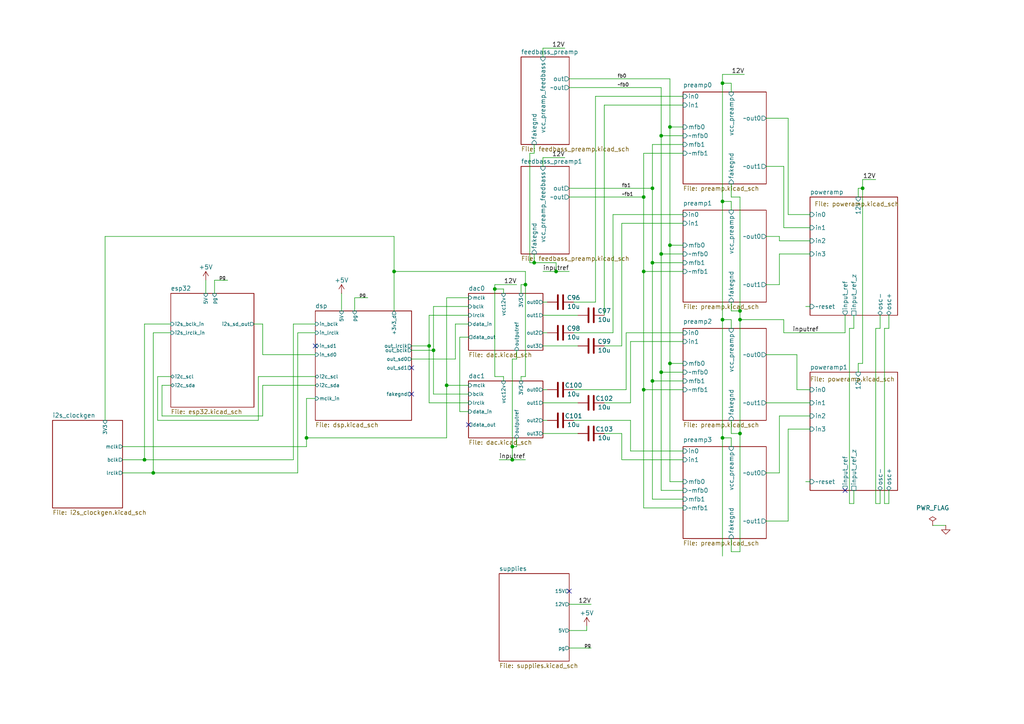
<source format=kicad_sch>
(kicad_sch (version 20231120) (generator "eeschema") (generator_version "8.0")
  (paper "A4")
  (lib_symbols
    (symbol "Device:C" (pin_numbers hide) (pin_names (offset 0.254))
      (property "Reference" "C" (at 0.635 2.54 0))
      (property "Value" "C" (at 0.635 -2.54 0))
      (symbol "C_0_1"
        (polyline (pts (xy -2.032 -0.762) (xy 2.032 -0.762)) (stroke (width 0.508)))
        (polyline (pts (xy -2.032 0.762) (xy 2.032 0.762)) (stroke (width 0.508)))
      )
      (symbol "C_1_1"
        (pin passive line (at 0 3.81 270) (length 2.794) (name "~") (number "1"))
        (pin passive line (at 0 -3.81 90) (length 2.794) (name "~") (number "2"))
      )
    )
    (symbol "power:+5V" (power) (pin_numbers hide) (pin_names (offset 0) hide)
      (property "Value" "+5V" (at 0 3.556 0))
      (symbol "+5V_0_1"
        (polyline (pts (xy -0.762 1.27) (xy 0 2.54)))
        (polyline (pts (xy 0 0) (xy 0 2.54)))
        (polyline (pts (xy 0 2.54) (xy 0.762 1.27)))
      )
      (symbol "+5V_1_1"
        (pin power_in line (at 0 0 90) (length 0) (name "~") (number "1"))
      )
    )
    (symbol "power:GND" (power) (pin_numbers hide) (pin_names (offset 0) hide)
      (property "Value" "GND" (at 0 -3.81 0))
      (symbol "GND_0_1"
        (polyline (pts (xy 0 0) (xy 0 -1.27) (xy 1.27 -1.27) (xy 0 -2.54) (xy -1.27 -1.27) (xy 0 -1.27)))
      )
      (symbol "GND_1_1"
        (pin power_in line (at 0 0 270) (length 0) (name "~") (number "1"))
      )
    )
    (symbol "power:PWR_FLAG" (power) (pin_numbers hide) (pin_names (offset 0) hide)
      (property "Value" "PWR_FLAG" (at 0 3.81 0))
      (symbol "PWR_FLAG_0_0"
        (pin power_out line (at 0 0 90) (length 0) (name "~") (number "1"))
      )
      (symbol "PWR_FLAG_0_1"
        (polyline (pts (xy 0 0) (xy 0 1.27) (xy -1.016 1.905) (xy 0 2.54) (xy 1.016 1.905) (xy 0 1.27)))
      )
    )
  )
  (junction (at 194.31 71.12))
  (junction (at 154.94 76.2))
  (junction (at 124.46 100.33))
  (junction (at 214.63 92.71))
  (junction (at 148.59 129.54))
  (junction (at 191.77 73.66))
  (junction (at 250.19 54.61))
  (junction (at 152.4 82.55))
  (junction (at 186.69 113.03))
  (junction (at 129.54 111.76))
  (junction (at 125.73 101.6))
  (junction (at 209.55 92.71))
  (junction (at 189.23 110.49))
  (junction (at 209.55 58.42))
  (junction (at 209.55 127))
  (junction (at 88.9 127))
  (junction (at 44.45 137.16))
  (junction (at 189.23 76.2))
  (junction (at 194.31 105.41))
  (junction (at 148.59 133.35))
  (junction (at 214.63 125.73))
  (junction (at 114.3 78.74))
  (junction (at 186.69 78.74))
  (junction (at 161.29 78.74))
  (junction (at 214.63 90.17))
  (junction (at 41.91 133.35))
  (junction (at 189.23 54.61))
  (junction (at 191.77 39.37))
  (junction (at 191.77 107.95))
  (junction (at 209.55 24.13))
  (junction (at 194.31 36.83))
  (junction (at 186.69 57.15))
  (junction (at 143.51 83.82))
  (no_connect (at 91.44 100.33))
  (no_connect (at 245.11 142.24))
  (no_connect (at 135.89 123.19))
  (no_connect (at 119.38 106.68))
  (no_connect (at 165.1 171.45))
  (no_connect (at 119.38 114.3))
  (wire (pts (xy 143.51 82.55) (xy 143.51 83.82)))
  (wire (pts (xy 157.48 125.73) (xy 167.64 125.73)))
  (wire (pts (xy 227.33 48.26) (xy 227.33 66.04)))
  (wire (pts (xy 191.77 107.95) (xy 191.77 73.66)))
  (wire (pts (xy 180.34 64.77) (xy 198.12 64.77)))
  (wire (pts (xy 166.37 121.92) (xy 182.88 121.92)))
  (wire (pts (xy 198.12 147.32) (xy 186.69 147.32)))
  (wire (pts (xy 212.09 87.63) (xy 212.09 90.17)))
  (wire (pts (xy 227.33 66.04) (xy 234.95 66.04)))
  (wire (pts (xy 165.1 22.86) (xy 194.31 22.86)))
  (wire (pts (xy 143.51 109.22) (xy 143.51 83.82)))
  (wire (pts (xy 194.31 36.83) (xy 198.12 36.83)))
  (wire (pts (xy 135.89 97.79) (xy 133.35 97.79)))
  (wire (pts (xy 154.94 76.2) (xy 161.29 76.2)))
  (wire (pts (xy 49.53 96.52) (xy 44.45 96.52)))
  (wire (pts (xy 189.23 76.2) (xy 189.23 54.61)))
  (wire (pts (xy 114.3 78.74) (xy 152.4 78.74)))
  (wire (pts (xy 161.29 78.74) (xy 165.1 78.74)))
  (wire (pts (xy 255.27 91.44) (xy 255.27 95.25)))
  (wire (pts (xy 222.25 68.58) (xy 226.06 68.58)))
  (wire (pts (xy 149.86 129.54) (xy 148.59 129.54)))
  (wire (pts (xy 191.77 39.37) (xy 198.12 39.37)))
  (wire (pts (xy 222.25 82.55) (xy 226.06 82.55)))
  (wire (pts (xy 148.59 104.14) (xy 148.59 129.54)))
  (wire (pts (xy 135.89 114.3) (xy 125.73 114.3)))
  (wire (pts (xy 227.33 96.52) (xy 245.11 96.52)))
  (wire (pts (xy 247.65 95.25) (xy 246.38 95.25)))
  (wire (pts (xy 133.35 97.79) (xy 133.35 119.38)))
  (wire (pts (xy 247.65 91.44) (xy 247.65 95.25)))
  (wire (pts (xy 212.09 90.17) (xy 214.63 90.17)))
  (wire (pts (xy 45.72 121.92) (xy 74.93 121.92)))
  (wire (pts (xy 148.59 133.35) (xy 152.4 133.35)))
  (wire (pts (xy 254 52.07) (xy 250.19 52.07)))
  (wire (pts (xy 143.51 82.55) (xy 149.86 82.55)))
  (wire (pts (xy 154.94 44.45) (xy 153.67 44.45)))
  (wire (pts (xy 227.33 92.71) (xy 214.63 92.71)))
  (wire (pts (xy 148.59 129.54) (xy 148.59 133.35)))
  (wire (pts (xy 209.55 21.59) (xy 209.55 24.13)))
  (wire (pts (xy 157.48 87.63) (xy 158.75 87.63)))
  (wire (pts (xy 149.86 127) (xy 149.86 129.54)))
  (wire (pts (xy 198.12 105.41) (xy 194.31 105.41)))
  (wire (pts (xy 129.54 111.76) (xy 135.89 111.76)))
  (wire (pts (xy 194.31 105.41) (xy 194.31 71.12)))
  (wire (pts (xy 226.06 82.55) (xy 226.06 73.66)))
  (wire (pts (xy 148.59 104.14) (xy 149.86 104.14)))
  (wire (pts (xy 250.19 52.07) (xy 250.19 54.61)))
  (wire (pts (xy 257.81 146.05) (xy 256.54 146.05)))
  (wire (pts (xy 198.12 73.66) (xy 191.77 73.66)))
  (wire (pts (xy 166.37 87.63) (xy 172.72 87.63)))
  (wire (pts (xy 228.6 151.13) (xy 228.6 124.46)))
  (wire (pts (xy 177.8 62.23) (xy 198.12 62.23)))
  (wire (pts (xy 194.31 139.7) (xy 194.31 105.41)))
  (wire (pts (xy 198.12 107.95) (xy 191.77 107.95)))
  (wire (pts (xy 102.87 86.36) (xy 106.68 86.36)))
  (wire (pts (xy 212.09 156.21) (xy 212.09 160.02)))
  (wire (pts (xy 248.92 105.41) (xy 248.92 107.95)))
  (wire (pts (xy 186.69 78.74) (xy 186.69 57.15)))
  (wire (pts (xy 119.38 100.33) (xy 124.46 100.33)))
  (wire (pts (xy 222.25 151.13) (xy 228.6 151.13)))
  (wire (pts (xy 181.61 113.03) (xy 181.61 96.52)))
  (wire (pts (xy 153.67 76.2) (xy 154.94 76.2)))
  (wire (pts (xy 170.18 182.88) (xy 170.18 181.61)))
  (wire (pts (xy 209.55 58.42) (xy 209.55 92.71)))
  (wire (pts (xy 214.63 125.73) (xy 214.63 160.02)))
  (wire (pts (xy 226.06 137.16) (xy 226.06 120.65)))
  (wire (pts (xy 198.12 113.03) (xy 186.69 113.03)))
  (wire (pts (xy 198.12 110.49) (xy 189.23 110.49)))
  (wire (pts (xy 165.1 57.15) (xy 186.69 57.15)))
  (wire (pts (xy 234.95 139.7) (xy 233.68 139.7)))
  (wire (pts (xy 114.3 78.74) (xy 114.3 90.17)))
  (wire (pts (xy 256.54 146.05) (xy 256.54 95.25)))
  (wire (pts (xy 151.13 85.09) (xy 151.13 82.55)))
  (wire (pts (xy 73.66 93.98) (xy 76.2 93.98)))
  (wire (pts (xy 45.72 109.22) (xy 45.72 121.92)))
  (wire (pts (xy 102.87 90.17) (xy 102.87 86.36)))
  (wire (pts (xy 209.55 127) (xy 209.55 161.29)))
  (wire (pts (xy 214.63 90.17) (xy 214.63 92.71)))
  (wire (pts (xy 231.14 113.03) (xy 234.95 113.03)))
  (wire (pts (xy 198.12 139.7) (xy 194.31 139.7)))
  (wire (pts (xy 250.19 54.61) (xy 250.19 105.41)))
  (wire (pts (xy 91.44 115.57) (xy 88.9 115.57)))
  (wire (pts (xy 165.1 187.96) (xy 171.45 187.96)))
  (wire (pts (xy 246.38 146.05) (xy 247.65 146.05)))
  (wire (pts (xy 62.23 81.28) (xy 66.04 81.28)))
  (wire (pts (xy 151.13 110.49) (xy 151.13 109.22)))
  (wire (pts (xy 198.12 41.91) (xy 189.23 41.91)))
  (wire (pts (xy 212.09 60.96) (xy 212.09 58.42)))
  (wire (pts (xy 88.9 129.54) (xy 88.9 127)))
  (wire (pts (xy 151.13 82.55) (xy 152.4 82.55)))
  (wire (pts (xy 222.25 116.84) (xy 234.95 116.84)))
  (wire (pts (xy 41.91 93.98) (xy 41.91 133.35)))
  (wire (pts (xy 172.72 27.94) (xy 198.12 27.94)))
  (wire (pts (xy 99.06 85.09) (xy 99.06 90.17)))
  (wire (pts (xy 226.06 120.65) (xy 234.95 120.65)))
  (wire (pts (xy 214.63 57.15) (xy 214.63 90.17)))
  (wire (pts (xy 146.05 109.22) (xy 143.51 109.22)))
  (wire (pts (xy 255.27 142.24) (xy 255.27 146.05)))
  (wire (pts (xy 132.08 93.98) (xy 135.89 93.98)))
  (wire (pts (xy 186.69 57.15) (xy 186.69 44.45)))
  (wire (pts (xy 191.77 73.66) (xy 191.77 39.37)))
  (wire (pts (xy 222.25 34.29) (xy 228.6 34.29)))
  (wire (pts (xy 165.1 25.4) (xy 191.77 25.4)))
  (wire (pts (xy 114.3 68.58) (xy 114.3 78.74)))
  (wire (pts (xy 157.48 100.33) (xy 167.64 100.33)))
  (wire (pts (xy 59.69 81.28) (xy 59.69 85.09)))
  (wire (pts (xy 157.48 45.72) (xy 157.48 48.26)))
  (wire (pts (xy 132.08 104.14) (xy 132.08 93.98)))
  (wire (pts (xy 49.53 93.98) (xy 41.91 93.98)))
  (wire (pts (xy 157.48 113.03) (xy 158.75 113.03)))
  (wire (pts (xy 49.53 109.22) (xy 45.72 109.22)))
  (wire (pts (xy 62.23 85.09) (xy 62.23 81.28)))
  (wire (pts (xy 214.63 92.71) (xy 214.63 125.73)))
  (wire (pts (xy 165.1 182.88) (xy 170.18 182.88)))
  (wire (pts (xy 146.05 83.82) (xy 146.05 85.09)))
  (wire (pts (xy 151.13 109.22) (xy 152.4 109.22)))
  (wire (pts (xy 165.1 175.26) (xy 171.45 175.26)))
  (wire (pts (xy 49.53 111.76) (xy 46.99 111.76)))
  (wire (pts (xy 189.23 110.49) (xy 189.23 76.2)))
  (wire (pts (xy 125.73 114.3) (xy 125.73 101.6)))
  (wire (pts (xy 35.56 137.16) (xy 44.45 137.16)))
  (wire (pts (xy 212.09 92.71) (xy 209.55 92.71)))
  (wire (pts (xy 189.23 144.78) (xy 189.23 110.49)))
  (wire (pts (xy 222.25 102.87) (xy 231.14 102.87)))
  (wire (pts (xy 135.89 86.36) (xy 129.54 86.36)))
  (wire (pts (xy 198.12 142.24) (xy 191.77 142.24)))
  (wire (pts (xy 88.9 115.57) (xy 88.9 127)))
  (wire (pts (xy 257.81 91.44) (xy 257.81 95.25)))
  (wire (pts (xy 198.12 71.12) (xy 194.31 71.12)))
  (wire (pts (xy 76.2 102.87) (xy 91.44 102.87)))
  (wire (pts (xy 135.89 116.84) (xy 124.46 116.84)))
  (wire (pts (xy 256.54 95.25) (xy 257.81 95.25)))
  (wire (pts (xy 119.38 101.6) (xy 125.73 101.6)))
  (wire (pts (xy 191.77 25.4) (xy 191.77 39.37)))
  (wire (pts (xy 212.09 53.34) (xy 212.09 57.15)))
  (wire (pts (xy 35.56 129.54) (xy 88.9 129.54)))
  (wire (pts (xy 35.56 133.35) (xy 41.91 133.35)))
  (wire (pts (xy 76.2 93.98) (xy 76.2 102.87)))
  (wire (pts (xy 228.6 124.46) (xy 234.95 124.46)))
  (wire (pts (xy 74.93 121.92) (xy 74.93 109.22)))
  (wire (pts (xy 212.09 26.67) (xy 212.09 24.13)))
  (wire (pts (xy 255.27 146.05) (xy 254 146.05)))
  (wire (pts (xy 152.4 109.22) (xy 152.4 82.55)))
  (wire (pts (xy 212.09 121.92) (xy 212.09 125.73)))
  (wire (pts (xy 245.11 91.44) (xy 245.11 96.52)))
  (wire (pts (xy 186.69 113.03) (xy 186.69 78.74)))
  (wire (pts (xy 228.6 62.23) (xy 234.95 62.23)))
  (wire (pts (xy 226.06 69.85) (xy 234.95 69.85)))
  (wire (pts (xy 146.05 110.49) (xy 146.05 109.22)))
  (wire (pts (xy 76.2 111.76) (xy 91.44 111.76)))
  (wire (pts (xy 129.54 127) (xy 129.54 111.76)))
  (wire (pts (xy 233.68 88.9) (xy 234.95 88.9)))
  (wire (pts (xy 189.23 54.61) (xy 165.1 54.61)))
  (wire (pts (xy 212.09 125.73) (xy 214.63 125.73)))
  (wire (pts (xy 222.25 137.16) (xy 226.06 137.16)))
  (wire (pts (xy 254 146.05) (xy 254 95.25)))
  (wire (pts (xy 129.54 86.36) (xy 129.54 111.76)))
  (wire (pts (xy 44.45 96.52) (xy 44.45 137.16)))
  (wire (pts (xy 166.37 113.03) (xy 181.61 113.03)))
  (wire (pts (xy 86.36 96.52) (xy 91.44 96.52)))
  (wire (pts (xy 177.8 96.52) (xy 177.8 62.23)))
  (wire (pts (xy 194.31 22.86) (xy 194.31 36.83)))
  (wire (pts (xy 257.81 142.24) (xy 257.81 146.05)))
  (wire (pts (xy 222.25 48.26) (xy 227.33 48.26)))
  (wire (pts (xy 189.23 41.91) (xy 189.23 54.61)))
  (wire (pts (xy 254 95.25) (xy 255.27 95.25)))
  (wire (pts (xy 198.12 78.74) (xy 186.69 78.74)))
  (wire (pts (xy 44.45 137.16) (xy 86.36 137.16)))
  (wire (pts (xy 154.94 41.91) (xy 154.94 44.45)))
  (wire (pts (xy 212.09 24.13) (xy 209.55 24.13)))
  (wire (pts (xy 228.6 34.29) (xy 228.6 62.23)))
  (wire (pts (xy 250.19 105.41) (xy 248.92 105.41)))
  (wire (pts (xy 157.48 96.52) (xy 158.75 96.52)))
  (wire (pts (xy 88.9 127) (xy 129.54 127)))
  (wire (pts (xy 125.73 88.9) (xy 135.89 88.9)))
  (wire (pts (xy 157.48 91.44) (xy 167.64 91.44)))
  (wire (pts (xy 86.36 137.16) (xy 86.36 96.52)))
  (wire (pts (xy 226.06 68.58) (xy 226.06 69.85)))
  (wire (pts (xy 41.91 133.35) (xy 85.09 133.35)))
  (wire (pts (xy 227.33 96.52) (xy 227.33 92.71)))
  (wire (pts (xy 209.55 24.13) (xy 209.55 58.42)))
  (wire (pts (xy 85.09 133.35) (xy 85.09 93.98)))
  (wire (pts (xy 152.4 82.55) (xy 152.4 78.74)))
  (wire (pts (xy 175.26 125.73) (xy 180.34 125.73)))
  (wire (pts (xy 124.46 91.44) (xy 135.89 91.44)))
  (wire (pts (xy 119.38 104.14) (xy 132.08 104.14)))
  (wire (pts (xy 212.09 129.54) (xy 212.09 127)))
  (wire (pts (xy 212.09 58.42) (xy 209.55 58.42)))
  (wire (pts (xy 181.61 96.52) (xy 198.12 96.52)))
  (wire (pts (xy 157.48 116.84) (xy 167.64 116.84)))
  (wire (pts (xy 157.48 13.97) (xy 163.83 13.97)))
  (wire (pts (xy 161.29 76.2) (xy 161.29 78.74)))
  (wire (pts (xy 153.67 44.45) (xy 153.67 76.2)))
  (wire (pts (xy 46.99 111.76) (xy 46.99 120.65)))
  (wire (pts (xy 180.34 125.73) (xy 180.34 133.35)))
  (wire (pts (xy 248.92 54.61) (xy 250.19 54.61)))
  (wire (pts (xy 143.51 83.82) (xy 146.05 83.82)))
  (wire (pts (xy 124.46 116.84) (xy 124.46 100.33)))
  (wire (pts (xy 198.12 144.78) (xy 189.23 144.78)))
  (wire (pts (xy 198.12 130.81) (xy 182.88 130.81)))
  (wire (pts (xy 175.26 116.84) (xy 182.88 116.84)))
  (wire (pts (xy 191.77 142.24) (xy 191.77 107.95)))
  (wire (pts (xy 246.38 95.25) (xy 246.38 146.05)))
  (wire (pts (xy 182.88 99.06) (xy 198.12 99.06)))
  (wire (pts (xy 226.06 73.66) (xy 234.95 73.66)))
  (wire (pts (xy 182.88 116.84) (xy 182.88 99.06)))
  (wire (pts (xy 157.48 121.92) (xy 158.75 121.92)))
  (wire (pts (xy 175.26 91.44) (xy 175.26 30.48)))
  (wire (pts (xy 194.31 71.12) (xy 194.31 36.83)))
  (wire (pts (xy 76.2 111.76) (xy 76.2 120.65)))
  (wire (pts (xy 231.14 102.87) (xy 231.14 113.03)))
  (wire (pts (xy 186.69 44.45) (xy 198.12 44.45)))
  (wire (pts (xy 270.51 152.4) (xy 274.32 152.4)))
  (wire (pts (xy 212.09 95.25) (xy 212.09 92.71)))
  (wire (pts (xy 157.48 78.74) (xy 161.29 78.74)))
  (wire (pts (xy 154.94 73.66) (xy 154.94 76.2)))
  (wire (pts (xy 163.83 45.72) (xy 157.48 45.72)))
  (wire (pts (xy 180.34 100.33) (xy 180.34 64.77)))
  (wire (pts (xy 182.88 130.81) (xy 182.88 121.92)))
  (wire (pts (xy 209.55 21.59) (xy 215.9 21.59)))
  (wire (pts (xy 212.09 160.02) (xy 214.63 160.02)))
  (wire (pts (xy 125.73 101.6) (xy 125.73 88.9)))
  (wire (pts (xy 212.09 127) (xy 209.55 127)))
  (wire (pts (xy 149.86 104.14) (xy 149.86 101.6)))
  (wire (pts (xy 186.69 147.32) (xy 186.69 113.03)))
  (wire (pts (xy 30.48 68.58) (xy 30.48 121.92)))
  (wire (pts (xy 248.92 57.15) (xy 248.92 54.61)))
  (wire (pts (xy 175.26 30.48) (xy 198.12 30.48)))
  (wire (pts (xy 46.99 120.65) (xy 76.2 120.65)))
  (wire (pts (xy 247.65 146.05) (xy 247.65 142.24)))
  (wire (pts (xy 209.55 92.71) (xy 209.55 127)))
  (wire (pts (xy 175.26 100.33) (xy 180.34 100.33)))
  (wire (pts (xy 114.3 68.58) (xy 30.48 68.58)))
  (wire (pts (xy 172.72 87.63) (xy 172.72 27.94)))
  (wire (pts (xy 85.09 93.98) (xy 91.44 93.98)))
  (wire (pts (xy 166.37 96.52) (xy 177.8 96.52)))
  (wire (pts (xy 212.09 57.15) (xy 214.63 57.15)))
  (wire (pts (xy 133.35 119.38) (xy 135.89 119.38)))
  (wire (pts (xy 180.34 133.35) (xy 198.12 133.35)))
  (wire (pts (xy 198.12 76.2) (xy 189.23 76.2)))
  (wire (pts (xy 144.78 133.35) (xy 148.59 133.35)))
  (wire (pts (xy 74.93 109.22) (xy 91.44 109.22)))
  (wire (pts (xy 157.48 16.51) (xy 157.48 13.97)))
  (wire (pts (xy 124.46 100.33) (xy 124.46 91.44)))
  (label "inputref" (at 229.87 96.52 0))
  (label "~fb1" (at 180.34 57.15 0) (effects (font (size 1.016 1.016))))
  (label "12V" (at 171.45 175.26 180))
  (label "12V" (at 163.83 13.97 180))
  (label "pg" (at 104.14 86.36 0) (effects (font (size 1.016 1.016))))
  (label "12V" (at 149.86 82.55 180))
  (label "pg" (at 171.45 187.96 180) (effects (font (size 1.016 1.016))))
  (label "fb0" (at 179.07 22.86 0) (effects (font (size 1.016 1.016))))
  (label "inputref" (at 144.78 133.35 0))
  (label "pg" (at 63.5 81.28 0) (effects (font (size 1.016 1.016))))
  (label "~fb0" (at 179.07 25.4 0) (effects (font (size 1.016 1.016))))
  (label "fb1" (at 180.34 54.61 0) (effects (font (size 1.016 1.016))))
  (label "inputref" (at 157.48 78.74 0))
  (label "12V" (at 254 52.07 180))
  (label "12V" (at 215.9 21.59 180))
  (label "12V" (at 163.83 45.72 180))
  (symbol (lib_id "Device:C") (at 162.56 96.52 90) (unit 1)
    (property "Reference" "C98" (at 166.37 95.25 90))
    (property "Value" "10u" (at 166.37 97.79 90))
    (property "Footprint" "invendelirium_audio:C_0603" (effects (hide yes)))
    (property "Voltage" "16V" (effects (hide yes)))
  )
  (symbol (lib_id "Device:C") (at 171.45 125.73 90) (unit 1)
    (property "Reference" "C103" (at 175.26 124.46 90))
    (property "Value" "10u" (at 175.26 127 90))
    (property "Footprint" "invendelirium_audio:C_0603" (effects (hide yes)))
    (property "Voltage" "16V" (effects (hide yes)))
  )
  (symbol (lib_id "Device:C") (at 162.56 113.03 90) (unit 1)
    (property "Reference" "C100" (at 166.37 111.76 90))
    (property "Value" "10u" (at 166.37 114.3 90))
    (property "Footprint" "invendelirium_audio:C_0603" (effects (hide yes)))
    (property "Voltage" "16V" (effects (hide yes)))
  )
  (symbol (lib_id "power:+5V") (at 99.06 85.09 0) (unit 1)
    (property "Reference" "#PWR0144" (effects (hide yes)))
    (property "Value" "+5V" (at 99.06 81.28 0))
  )
  (symbol (lib_id "power:PWR_FLAG") (at 270.51 152.4 0) (unit 1)
    (property "Reference" "#FLG02" (effects (hide yes)))
    (property "Value" "PWR_FLAG" (at 270.51 147.32 0))
    (property "Description" "Special symbol for telling ERC where power comes from" (effects (hide yes)))
  )
  (symbol (lib_id "power:+5V") (at 170.18 181.61 0) (unit 1)
    (property "Reference" "#PWR0143" (effects (hide yes)))
    (property "Value" "+5V" (at 170.18 177.8 0))
  )
  (symbol (lib_id "Device:C") (at 162.56 87.63 90) (unit 1)
    (property "Reference" "C96" (at 166.37 86.36 90))
    (property "Value" "10u" (at 166.37 88.9 90))
    (property "Footprint" "invendelirium_audio:C_0603" (effects (hide yes)))
    (property "Voltage" "16V" (effects (hide yes)))
  )
  (symbol (lib_id "Device:C") (at 162.56 121.92 90) (unit 1)
    (property "Reference" "C101" (at 166.37 120.65 90))
    (property "Value" "10u" (at 166.37 123.19 90))
    (property "Footprint" "invendelirium_audio:C_0603" (effects (hide yes)))
    (property "Voltage" "16V" (effects (hide yes)))
  )
  (symbol (lib_id "power:+5V") (at 59.69 81.28 0) (unit 1)
    (property "Reference" "#PWR0185" (effects (hide yes)))
    (property "Value" "+5V" (at 59.69 77.47 0))
  )
  (symbol (lib_id "Device:C") (at 171.45 100.33 90) (unit 1)
    (property "Reference" "C99" (at 175.26 99.06 90))
    (property "Value" "10u" (at 175.26 101.6 90))
    (property "Footprint" "invendelirium_audio:C_0603" (effects (hide yes)))
    (property "Voltage" "16V" (effects (hide yes)))
  )
  (symbol (lib_id "Device:C") (at 171.45 91.44 90) (unit 1)
    (property "Reference" "C97" (at 175.26 90.17 90))
    (property "Value" "10u" (at 175.26 92.71 90))
    (property "Footprint" "invendelirium_audio:C_0603" (effects (hide yes)))
    (property "Voltage" "16V" (effects (hide yes)))
  )
  (symbol (lib_id "power:GND") (at 274.32 152.4 0) (unit 1)
    (property "Reference" "#PWR077" (effects (hide yes)))
    (property "Value" "GND" (effects (hide yes)))
  )
  (symbol (lib_id "Device:C") (at 171.45 116.84 90) (unit 1)
    (property "Reference" "C102" (at 175.26 115.57 90))
    (property "Value" "10u" (at 175.26 118.11 90))
    (property "Footprint" "invendelirium_audio:C_0603" (effects (hide yes)))
    (property "Voltage" "16V" (effects (hide yes)))
  )
  (sheet (at 198.12 60.96) (size 24.13 26.67) (stroke (width 0.1524))
    (property "Sheetname" "preamp1" (at 198.12 59.69 0) (effects (justify left bottom)))
    (property "Sheetfile" "preamp.kicad_sch" (at 198.12 88.2146 0) (effects (justify left top)))
    (pin "in0" input (at 198.12 62.23 180))
    (pin "~out1" output (at 222.25 82.55 0))
    (pin "in1" input (at 198.12 64.77 180))
    (pin "~out0" output (at 222.25 68.58 0))
    (pin "fakegnd" input (at 212.09 87.63 270))
    (pin "vcc_preamp" input (at 212.09 60.96 90))
    (pin "mfb0" input (at 198.12 71.12 180))
    (pin "~mfb0" input (at 198.12 73.66 180))
    (pin "mfb1" input (at 198.12 76.2 180))
    (pin "~mfb1" input (at 198.12 78.74 180))
  )
  (sheet (at 15.24 121.92) (size 20.32 25.4) (stroke (width 0.1524))
    (property "Sheetname" "i2s_clockgen" (at 15.24 121.2084 0) (effects (justify left bottom)))
    (property "Sheetfile" "i2s_clockgen.kicad_sch" (at 15.24 147.9046 0) (effects (justify left top)))
    (pin "3V3" input (at 30.48 121.92 90) (effects (font (size 1.016 1.016))))
    (pin "lrclk" output (at 35.56 137.16 0) (effects (font (size 1.016 1.016))))
    (pin "bclk" output (at 35.56 133.35 0) (effects (font (size 1.016 1.016))))
    (pin "mclk" output (at 35.56 129.54 0) (effects (font (size 1.016 1.016))))
  )
  (sheet (at 144.78 166.37) (size 20.32 25.4) (stroke (width 0.1524))
    (property "Sheetname" "supplies" (at 144.78 165.6584 0) (effects (justify left bottom)))
    (property "Sheetfile" "supplies.kicad_sch" (at 144.78 192.3546 0) (effects (justify left top)))
    (pin "15V" output (at 165.1 171.45 0) (effects (font (size 1.016 1.016))))
    (pin "12V" output (at 165.1 175.26 0) (effects (font (size 1.016 1.016))))
    (pin "5V" output (at 165.1 182.88 0) (effects (font (size 1.016 1.016))))
    (pin "pg" output (at 165.1 187.96 0) (effects (font (size 1.016 1.016))))
  )
  (sheet (at 234.95 57.15) (size 25.4 34.29) (stroke (width 0.1524))
    (property "Sheetname" "poweramp" (at 234.95 56.4384 0) (effects (justify left bottom)))
    (property "Sheetfile" "poweramp.kicad_sch" (at 236.22 58.42 0) (effects (justify left top)))
    (pin "input_ref" output (at 245.11 91.44 270))
    (pin "osc+" bidirectional (at 257.81 91.44 270))
    (pin "in1" input (at 234.95 66.04 180))
    (pin "in0" input (at 234.95 62.23 180))
    (pin "osc-" bidirectional (at 255.27 91.44 270))
    (pin "input_ref_z" passive (at 247.65 91.44 270))
    (pin "~reset" input (at 234.95 88.9 180))
    (pin "in2" input (at 234.95 69.85 180))
    (pin "in3" input (at 234.95 73.66 180))
    (pin "12V" input (at 248.92 57.15 90))
  )
  (sheet (at 151.13 16.51) (size 13.97 25.4) (stroke (width 0.1524))
    (property "Sheetname" "feedbass_preamp" (at 151.13 15.7984 0) (effects (justify left bottom)))
    (property "Sheetfile" "feedbass_preamp.kicad_sch" (at 151.13 42.4946 0) (effects (justify left top)))
    (pin "vcc_preamp_feedbass" input (at 157.48 16.51 90))
    (pin "out" output (at 165.1 22.86 0))
    (pin "~out" output (at 165.1 25.4 0))
    (pin "fakegnd" input (at 154.94 41.91 270))
  )
  (sheet (at 135.89 110.49) (size 21.59 16.51) (stroke (width 0.1524))
    (property "Sheetname" "dac1" (at 135.89 109.7784 0) (effects (justify left bottom)))
    (property "Sheetfile" "dac.kicad_sch" (at 135.89 127.5846 0) (effects (justify left top)))
    (pin "data_out" output (at 135.89 123.19 180) (effects (font (size 1.016 1.016))))
    (pin "bclk" input (at 135.89 114.3 180) (effects (font (size 1.016 1.016))))
    (pin "mclk" input (at 135.89 111.76 180) (effects (font (size 1.016 1.016))))
    (pin "data_in" input (at 135.89 119.38 180) (effects (font (size 1.016 1.016))))
    (pin "lrclk" input (at 135.89 116.84 180) (effects (font (size 1.016 1.016))))
    (pin "outputref" input (at 149.86 127 270) (effects (font (size 1.016 1.016))))
    (pin "out0" output (at 157.48 113.03 0) (effects (font (size 1.016 1.016))))
    (pin "out1" output (at 157.48 116.84 0) (effects (font (size 1.016 1.016))))
    (pin "out3" output (at 157.48 125.73 0) (effects (font (size 1.016 1.016))))
    (pin "out2" output (at 157.48 121.92 0) (effects (font (size 1.016 1.016))))
    (pin "vcc12v" input (at 146.05 110.49 90) (effects (font (size 1.016 1.016))))
    (pin "3V3" input (at 151.13 110.49 90) (effects (font (size 1.016 1.016))))
  )
  (sheet (at 135.89 85.09) (size 21.59 16.51) (stroke (width 0.1524))
    (property "Sheetname" "dac0" (at 135.89 84.3784 0) (effects (justify left bottom)))
    (property "Sheetfile" "dac.kicad_sch" (at 135.89 102.1846 0) (effects (justify left top)))
    (pin "data_out" output (at 135.89 97.79 180) (effects (font (size 1.016 1.016))))
    (pin "bclk" input (at 135.89 88.9 180) (effects (font (size 1.016 1.016))))
    (pin "mclk" input (at 135.89 86.36 180) (effects (font (size 1.016 1.016))))
    (pin "data_in" input (at 135.89 93.98 180) (effects (font (size 1.016 1.016))))
    (pin "lrclk" input (at 135.89 91.44 180) (effects (font (size 1.016 1.016))))
    (pin "outputref" input (at 149.86 101.6 270) (effects (font (size 1.016 1.016))))
    (pin "out0" output (at 157.48 87.63 0) (effects (font (size 1.016 1.016))))
    (pin "out1" output (at 157.48 91.44 0) (effects (font (size 1.016 1.016))))
    (pin "out3" output (at 157.48 100.33 0) (effects (font (size 1.016 1.016))))
    (pin "out2" output (at 157.48 96.52 0) (effects (font (size 1.016 1.016))))
    (pin "vcc12v" input (at 146.05 85.09 90) (effects (font (size 1.016 1.016))))
    (pin "3V3" input (at 151.13 85.09 90) (effects (font (size 1.016 1.016))))
  )
  (sheet (at 91.44 90.17) (size 27.94 31.75) (stroke (width 0.1524))
    (property "Sheetname" "dsp" (at 91.44 89.4584 0) (effects (justify left bottom)))
    (property "Sheetfile" "dsp.kicad_sch" (at 91.44 122.5046 0) (effects (justify left top)))
    (pin "5V" input (at 99.06 90.17 90) (effects (font (size 1.016 1.016))))
    (pin "+3v3_d" output (at 114.3 90.17 90) (effects (font (size 1.016 1.016))))
    (pin "mclk_in" input (at 91.44 115.57 180) (effects (font (size 1.016 1.016))))
    (pin "in_sd1" input (at 91.44 100.33 180) (effects (font (size 1.016 1.016))))
    (pin "in_sd0" input (at 91.44 102.87 180) (effects (font (size 1.016 1.016))))
    (pin "out_lrclk" output (at 119.38 100.33 0) (effects (font (size 1.016 1.016))))
    (pin "out_sd0" output (at 119.38 104.14 0) (effects (font (size 1.016 1.016))))
    (pin "out_sd1" output (at 119.38 106.68 0) (effects (font (size 1.016 1.016))))
    (pin "out_bclk" output (at 119.38 101.6 0) (effects (font (size 1.016 1.016))))
    (pin "fakegnd" output (at 119.38 114.3 0) (effects (font (size 1.016 1.016))))
    (pin "pg" input (at 102.87 90.17 90) (effects (font (size 1.016 1.016))))
    (pin "i2c_scl" bidirectional (at 91.44 109.22 180) (effects (font (size 1.016 1.016))))
    (pin "i2c_sda" bidirectional (at 91.44 111.76 180) (effects (font (size 1.016 1.016))))
    (pin "in_lrclk" input (at 91.44 96.52 180) (effects (font (size 1.016 1.016))))
    (pin "in_bclk" input (at 91.44 93.98 180) (effects (font (size 1.016 1.016))))
  )
  (sheet (at 198.12 129.54) (size 24.13 26.67) (stroke (width 0.1524))
    (property "Sheetname" "preamp3" (at 198.12 128.27 0) (effects (justify left bottom)))
    (property "Sheetfile" "preamp.kicad_sch" (at 198.12 156.7946 0) (effects (justify left top)))
    (pin "in0" input (at 198.12 130.81 180))
    (pin "~out1" output (at 222.25 151.13 0))
    (pin "in1" input (at 198.12 133.35 180))
    (pin "~out0" output (at 222.25 137.16 0))
    (pin "fakegnd" input (at 212.09 156.21 270))
    (pin "vcc_preamp" input (at 212.09 129.54 90))
    (pin "mfb0" input (at 198.12 139.7 180))
    (pin "~mfb0" input (at 198.12 142.24 180))
    (pin "mfb1" input (at 198.12 144.78 180))
    (pin "~mfb1" input (at 198.12 147.32 180))
  )
  (sheet (at 198.12 26.67) (size 24.13 26.67) (stroke (width 0.1524))
    (property "Sheetname" "preamp0" (at 198.12 25.4 0) (effects (justify left bottom)))
    (property "Sheetfile" "preamp.kicad_sch" (at 198.12 53.9246 0) (effects (justify left top)))
    (pin "in0" input (at 198.12 27.94 180))
    (pin "~out1" output (at 222.25 48.26 0))
    (pin "in1" input (at 198.12 30.48 180))
    (pin "~out0" output (at 222.25 34.29 0))
    (pin "fakegnd" input (at 212.09 53.34 270))
    (pin "vcc_preamp" input (at 212.09 26.67 90))
    (pin "mfb0" input (at 198.12 36.83 180))
    (pin "~mfb0" input (at 198.12 39.37 180))
    (pin "mfb1" input (at 198.12 41.91 180))
    (pin "~mfb1" input (at 198.12 44.45 180))
  )
  (sheet (at 49.53 85.09) (size 24.13 33.02) (stroke (width 0.1524))
    (property "Sheetname" "esp32" (at 49.53 84.3784 0) (effects (justify left bottom)))
    (property "Sheetfile" "esp32.kicad_sch" (at 49.53 118.6946 0) (effects (justify left top)))
    (pin "i2s_bclk_in" input (at 49.53 93.98 180) (effects (font (size 1.016 1.016))))
    (pin "i2s_lrclk_in" input (at 49.53 96.52 180) (effects (font (size 1.016 1.016))))
    (pin "i2c_sda" bidirectional (at 49.53 111.76 180) (effects (font (size 1.016 1.016))))
    (pin "i2c_scl" bidirectional (at 49.53 109.22 180) (effects (font (size 1.016 1.016))))
    (pin "i2s_sd_out" output (at 73.66 93.98 0) (effects (font (size 1.016 1.016))))
    (pin "pg" input (at 62.23 85.09 90) (effects (font (size 1.016 1.016))))
    (pin "5V" input (at 59.69 85.09 90) (effects (font (size 1.016 1.016))))
  )
  (sheet (at 198.12 95.25) (size 24.13 26.67) (stroke (width 0.1524))
    (property "Sheetname" "preamp2" (at 198.12 93.98 0) (effects (justify left bottom)))
    (property "Sheetfile" "preamp.kicad_sch" (at 198.12 122.5046 0) (effects (justify left top)))
    (pin "in0" input (at 198.12 96.52 180))
    (pin "~out1" output (at 222.25 116.84 0))
    (pin "in1" input (at 198.12 99.06 180))
    (pin "~out0" output (at 222.25 102.87 0))
    (pin "fakegnd" input (at 212.09 121.92 270))
    (pin "vcc_preamp" input (at 212.09 95.25 90))
    (pin "mfb0" input (at 198.12 105.41 180))
    (pin "~mfb0" input (at 198.12 107.95 180))
    (pin "mfb1" input (at 198.12 110.49 180))
    (pin "~mfb1" input (at 198.12 113.03 180))
  )
  (sheet (at 234.95 107.95) (size 25.4 34.29) (stroke (width 0.1524))
    (property "Sheetname" "poweramp1" (at 234.95 107.2384 0) (effects (justify left bottom)))
    (property "Sheetfile" "poweramp.kicad_sch" (at 234.95 109.22 0) (effects (justify left top)))
    (pin "input_ref" output (at 245.11 142.24 270))
    (pin "osc+" bidirectional (at 257.81 142.24 270))
    (pin "in1" input (at 234.95 116.84 180))
    (pin "in0" input (at 234.95 113.03 180))
    (pin "osc-" bidirectional (at 255.27 142.24 270))
    (pin "input_ref_z" passive (at 247.65 142.24 270))
    (pin "~reset" input (at 234.95 139.7 180))
    (pin "in2" input (at 234.95 120.65 180))
    (pin "in3" input (at 234.95 124.46 180))
    (pin "12V" input (at 248.92 107.95 90))
  )
  (sheet (at 151.13 48.26) (size 13.97 25.4) (stroke (width 0.1524))
    (property "Sheetname" "feedbass_preamp1" (at 151.13 47.5484 0) (effects (justify left bottom)))
    (property "Sheetfile" "feedbass_preamp.kicad_sch" (at 151.13 74.2446 0) (effects (justify left top)))
    (pin "vcc_preamp_feedbass" input (at 157.48 48.26 90))
    (pin "out" output (at 165.1 54.61 0))
    (pin "~out" output (at 165.1 57.15 0))
    (pin "fakegnd" input (at 154.94 73.66 270))
  )
)
</source>
